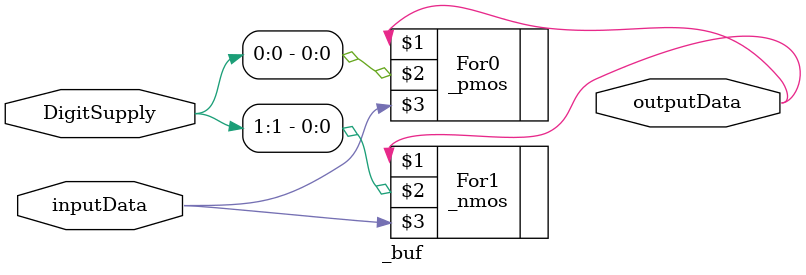
<source format=v>
module _buf(

    output outputData,
    input [1:0] DigitSupply,
    input inputData
    
    );
    wire outputData;
    tri [1:0] DigitSupply;
    tri inputData;
    
    _pmos For0(outputData,DigitSupply[0],inputData);
    _nmos For1(outputData,DigitSupply[1],inputData);
    
endmodule

</source>
